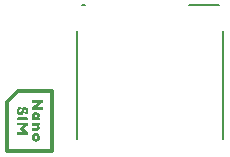
<source format=gto>
G04 EAGLE Gerber RS-274X export*
G75*
%MOMM*%
%FSLAX34Y34*%
%LPD*%
%INSilkscreen Top*%
%IPPOS*%
%AMOC8*
5,1,8,0,0,1.08239X$1,22.5*%
G01*
%ADD10C,0.304800*%
%ADD11C,0.152400*%

G36*
X206509Y26758D02*
X206509Y26758D01*
X206516Y26753D01*
X207116Y26953D01*
X207127Y26970D01*
X207139Y26970D01*
X207439Y27370D01*
X207439Y27377D01*
X207441Y27378D01*
X207439Y27379D01*
X207439Y27388D01*
X207449Y27394D01*
X207549Y28194D01*
X207542Y28206D01*
X207547Y28214D01*
X207347Y28914D01*
X207330Y28927D01*
X207330Y28939D01*
X203741Y31631D01*
X203559Y32084D01*
X206730Y34561D01*
X206730Y34562D01*
X206731Y34562D01*
X207231Y34962D01*
X207234Y34976D01*
X207244Y34978D01*
X207544Y35578D01*
X207541Y35594D01*
X207549Y35600D01*
X207549Y36400D01*
X207538Y36415D01*
X207542Y36425D01*
X207242Y36925D01*
X207220Y36934D01*
X207216Y36947D01*
X206616Y37147D01*
X206605Y37143D01*
X206600Y37149D01*
X199100Y37149D01*
X199095Y37146D01*
X199092Y37149D01*
X198492Y37049D01*
X198480Y37036D01*
X198469Y37038D01*
X197969Y36638D01*
X197965Y36623D01*
X197954Y36614D01*
X197959Y36606D01*
X197951Y36600D01*
X197951Y35800D01*
X197954Y35796D01*
X197951Y35793D01*
X198051Y35093D01*
X198073Y35071D01*
X198075Y35058D01*
X198575Y34758D01*
X198593Y34760D01*
X198600Y34751D01*
X203281Y34751D01*
X203268Y34737D01*
X200870Y32939D01*
X200868Y32931D01*
X200862Y32931D01*
X200462Y32431D01*
X200461Y32412D01*
X200451Y32407D01*
X200351Y31707D01*
X200363Y31685D01*
X200359Y31673D01*
X200759Y31073D01*
X200770Y31069D01*
X200770Y31061D01*
X201170Y30761D01*
X201171Y30761D01*
X201171Y30760D01*
X203351Y29149D01*
X198700Y29149D01*
X198685Y29138D01*
X198675Y29142D01*
X198175Y28842D01*
X198166Y28820D01*
X198153Y28816D01*
X197953Y28216D01*
X197957Y28205D01*
X197951Y28200D01*
X197951Y27500D01*
X197962Y27485D01*
X197958Y27475D01*
X198258Y26975D01*
X198282Y26965D01*
X198286Y26953D01*
X198986Y26753D01*
X198996Y26756D01*
X199000Y26751D01*
X206500Y26751D01*
X206509Y26758D01*
G37*
G36*
X219309Y47858D02*
X219309Y47858D01*
X219316Y47853D01*
X219916Y48053D01*
X219929Y48073D01*
X219942Y48075D01*
X220242Y48575D01*
X220240Y48593D01*
X220249Y48600D01*
X220249Y49400D01*
X220242Y49409D01*
X220247Y49416D01*
X220047Y50016D01*
X220020Y50034D01*
X220016Y50047D01*
X219416Y50247D01*
X219405Y50243D01*
X219400Y50249D01*
X214846Y50249D01*
X216830Y51761D01*
X219529Y53760D01*
X219531Y53766D01*
X219535Y53765D01*
X220035Y54265D01*
X220037Y54281D01*
X220038Y54282D01*
X220047Y54284D01*
X220247Y54884D01*
X220243Y54895D01*
X220249Y54900D01*
X220249Y55600D01*
X220235Y55618D01*
X220238Y55631D01*
X219838Y56131D01*
X219813Y56137D01*
X219807Y56149D01*
X219107Y56249D01*
X219102Y56246D01*
X219100Y56249D01*
X211700Y56249D01*
X211695Y56246D01*
X211692Y56249D01*
X211092Y56149D01*
X211077Y56133D01*
X211065Y56135D01*
X210665Y55735D01*
X210662Y55708D01*
X210651Y55700D01*
X210651Y54800D01*
X210658Y54791D01*
X210653Y54784D01*
X210853Y54184D01*
X210878Y54167D01*
X210882Y54154D01*
X211382Y53954D01*
X211394Y53958D01*
X211395Y53958D01*
X211400Y53951D01*
X215955Y53951D01*
X211270Y50339D01*
X211270Y50338D01*
X211268Y50338D01*
X210668Y49838D01*
X210662Y49808D01*
X210651Y49800D01*
X210651Y49100D01*
X210654Y49096D01*
X210651Y49094D01*
X210751Y48294D01*
X210770Y48274D01*
X210770Y48261D01*
X211170Y47961D01*
X211187Y47961D01*
X211192Y47951D01*
X211792Y47851D01*
X211797Y47854D01*
X211800Y47851D01*
X219300Y47851D01*
X219309Y47858D01*
G37*
G36*
X201806Y43651D02*
X201806Y43651D01*
X201811Y43656D01*
X201816Y43653D01*
X202416Y43853D01*
X202423Y43864D01*
X202431Y43862D01*
X202931Y44262D01*
X202933Y44269D01*
X202938Y44269D01*
X203338Y44769D01*
X203339Y44777D01*
X203344Y44778D01*
X203644Y45378D01*
X203643Y45383D01*
X203647Y45384D01*
X203847Y45984D01*
X203846Y45988D01*
X203848Y45989D01*
X204146Y47280D01*
X204532Y47859D01*
X205090Y48045D01*
X205554Y47674D01*
X205650Y47005D01*
X205456Y46424D01*
X204962Y45832D01*
X204961Y45808D01*
X204951Y45800D01*
X204951Y45200D01*
X204962Y45185D01*
X204958Y45175D01*
X205258Y44675D01*
X205271Y44669D01*
X205271Y44660D01*
X205971Y44160D01*
X205993Y44161D01*
X206000Y44151D01*
X206500Y44151D01*
X206521Y44167D01*
X206535Y44165D01*
X207035Y44665D01*
X207035Y44669D01*
X207038Y44669D01*
X207438Y45169D01*
X207439Y45183D01*
X207447Y45186D01*
X207647Y45886D01*
X207646Y45890D01*
X207649Y45892D01*
X207749Y46492D01*
X207748Y46493D01*
X207749Y46494D01*
X207849Y47294D01*
X207844Y47302D01*
X207849Y47307D01*
X207749Y48007D01*
X207744Y48012D01*
X207747Y48016D01*
X207547Y48616D01*
X207542Y48619D01*
X207544Y48622D01*
X207244Y49222D01*
X207237Y49225D01*
X207238Y49231D01*
X206838Y49731D01*
X206828Y49733D01*
X206827Y49741D01*
X206227Y50141D01*
X206218Y50140D01*
X206216Y50147D01*
X205616Y50347D01*
X205610Y50345D01*
X205608Y50349D01*
X205008Y50449D01*
X205003Y50446D01*
X204996Y50446D01*
X204993Y50449D01*
X204293Y50349D01*
X204289Y50345D01*
X204286Y50347D01*
X203586Y50147D01*
X203578Y50136D01*
X203569Y50138D01*
X203069Y49738D01*
X203067Y49731D01*
X203062Y49731D01*
X202662Y49231D01*
X202661Y49223D01*
X202656Y49222D01*
X202056Y48022D01*
X202057Y48015D01*
X202053Y48014D01*
X201853Y47314D01*
X201854Y47310D01*
X201851Y47308D01*
X201753Y46715D01*
X201465Y46140D01*
X200906Y45954D01*
X200439Y46234D01*
X200151Y46907D01*
X200247Y47582D01*
X200638Y48169D01*
X201135Y48665D01*
X201137Y48681D01*
X201147Y48684D01*
X201347Y49284D01*
X201342Y49297D01*
X201345Y49300D01*
X201343Y49302D01*
X201349Y49308D01*
X201249Y49908D01*
X201231Y49925D01*
X201232Y49938D01*
X200632Y50438D01*
X200614Y50439D01*
X200610Y50448D01*
X200110Y50548D01*
X200101Y50544D01*
X200088Y50544D01*
X200086Y50542D01*
X200081Y50545D01*
X199381Y50245D01*
X199374Y50234D01*
X199365Y50235D01*
X198965Y49835D01*
X198964Y49828D01*
X198959Y49827D01*
X198159Y48627D01*
X198160Y48618D01*
X198153Y48616D01*
X197953Y48016D01*
X197957Y48005D01*
X197951Y48000D01*
X197951Y46600D01*
X197954Y46595D01*
X197951Y46592D01*
X198051Y45992D01*
X198058Y45986D01*
X198055Y45981D01*
X198355Y45281D01*
X198359Y45278D01*
X198358Y45275D01*
X198658Y44775D01*
X198662Y44773D01*
X198662Y44769D01*
X199062Y44269D01*
X199072Y44267D01*
X199073Y44259D01*
X199673Y43859D01*
X199682Y43860D01*
X199684Y43853D01*
X200284Y43653D01*
X200291Y43655D01*
X200293Y43651D01*
X200993Y43551D01*
X201001Y43556D01*
X201006Y43551D01*
X201806Y43651D01*
G37*
G36*
X215804Y39054D02*
X215804Y39054D01*
X215807Y39051D01*
X216507Y39151D01*
X216508Y39152D01*
X216508Y39151D01*
X217108Y39251D01*
X217125Y39270D01*
X217138Y39269D01*
X217538Y39769D01*
X217539Y39776D01*
X217539Y39777D01*
X217539Y39792D01*
X217549Y39800D01*
X217549Y40500D01*
X217543Y40508D01*
X217547Y40514D01*
X217347Y41214D01*
X217322Y41233D01*
X217318Y41246D01*
X216820Y41445D01*
X216809Y41451D01*
X216900Y41451D01*
X216925Y41470D01*
X216938Y41469D01*
X217338Y41969D01*
X217339Y41983D01*
X217347Y41986D01*
X217547Y42686D01*
X217544Y42696D01*
X217549Y42700D01*
X217549Y43400D01*
X217542Y43409D01*
X217547Y43416D01*
X217347Y44016D01*
X217342Y44019D01*
X217344Y44022D01*
X217044Y44622D01*
X217034Y44627D01*
X217035Y44635D01*
X216535Y45135D01*
X216528Y45136D01*
X216527Y45141D01*
X215927Y45541D01*
X215923Y45541D01*
X215922Y45544D01*
X215322Y45844D01*
X215317Y45843D01*
X215316Y45847D01*
X214716Y46047D01*
X214709Y46045D01*
X214707Y46049D01*
X214007Y46149D01*
X213998Y46144D01*
X213993Y46149D01*
X213293Y46049D01*
X213289Y46044D01*
X213288Y46044D01*
X213284Y46047D01*
X212684Y45847D01*
X212679Y45839D01*
X212673Y45841D01*
X212073Y45441D01*
X212072Y45438D01*
X212069Y45438D01*
X211569Y45038D01*
X211567Y45031D01*
X211562Y45032D01*
X211062Y44432D01*
X211062Y44423D01*
X211056Y44422D01*
X210756Y43822D01*
X210758Y43812D01*
X210751Y43808D01*
X210651Y43208D01*
X210654Y43203D01*
X210651Y43200D01*
X210651Y42500D01*
X210658Y42491D01*
X210653Y42484D01*
X210853Y41884D01*
X210867Y41875D01*
X210865Y41865D01*
X211321Y41410D01*
X210875Y41142D01*
X210866Y41122D01*
X210854Y41118D01*
X210654Y40618D01*
X210658Y40605D01*
X210651Y40600D01*
X210651Y39700D01*
X210664Y39682D01*
X210661Y39670D01*
X210961Y39270D01*
X210987Y39263D01*
X210993Y39251D01*
X211693Y39151D01*
X211697Y39153D01*
X211699Y39151D01*
X215799Y39051D01*
X215804Y39054D01*
G37*
G36*
X215207Y21151D02*
X215207Y21151D01*
X215215Y21159D01*
X215222Y21156D01*
X216422Y21756D01*
X216427Y21766D01*
X216435Y21765D01*
X216935Y22265D01*
X216935Y22269D01*
X216938Y22269D01*
X217338Y22769D01*
X217339Y22779D01*
X217345Y22781D01*
X217645Y23481D01*
X217643Y23489D01*
X217649Y23492D01*
X217749Y24092D01*
X217748Y24093D01*
X217749Y24093D01*
X217849Y24793D01*
X217844Y24802D01*
X217849Y24807D01*
X217749Y25507D01*
X217744Y25512D01*
X217747Y25516D01*
X217547Y26116D01*
X217542Y26119D01*
X217544Y26122D01*
X217244Y26722D01*
X217234Y26727D01*
X217235Y26735D01*
X216736Y27234D01*
X215837Y28233D01*
X215810Y28238D01*
X215807Y28241D01*
X215806Y28241D01*
X215800Y28249D01*
X213700Y28249D01*
X213692Y28243D01*
X213686Y28247D01*
X212986Y28047D01*
X212982Y28042D01*
X212978Y28044D01*
X212378Y27744D01*
X212376Y27740D01*
X212373Y27741D01*
X211773Y27341D01*
X211769Y27331D01*
X211762Y27331D01*
X211362Y26831D01*
X211361Y26827D01*
X211359Y26827D01*
X210959Y26227D01*
X210960Y26218D01*
X210953Y26216D01*
X210753Y25616D01*
X210755Y25609D01*
X210751Y25607D01*
X210651Y24907D01*
X210654Y24902D01*
X210651Y24900D01*
X210651Y24300D01*
X210654Y24296D01*
X210651Y24293D01*
X210751Y23593D01*
X210759Y23585D01*
X210756Y23578D01*
X211056Y22978D01*
X211060Y22976D01*
X211059Y22973D01*
X211459Y22373D01*
X211462Y22372D01*
X211462Y22369D01*
X211862Y21869D01*
X211876Y21866D01*
X211878Y21856D01*
X213078Y21256D01*
X213089Y21258D01*
X213093Y21251D01*
X214493Y21051D01*
X214502Y21056D01*
X214507Y21051D01*
X215207Y21151D01*
G37*
G36*
X214505Y30054D02*
X214505Y30054D01*
X214508Y30051D01*
X215108Y30151D01*
X215111Y30155D01*
X215114Y30153D01*
X215814Y30353D01*
X215822Y30364D01*
X215831Y30362D01*
X216331Y30762D01*
X216332Y30766D01*
X216335Y30765D01*
X216835Y31265D01*
X216835Y31269D01*
X216838Y31269D01*
X217238Y31769D01*
X217239Y31782D01*
X217247Y31784D01*
X217447Y32384D01*
X217445Y32391D01*
X217449Y32393D01*
X217549Y33093D01*
X217544Y33102D01*
X217549Y33107D01*
X217449Y33807D01*
X217438Y33818D01*
X217441Y33827D01*
X217045Y34422D01*
X216959Y34678D01*
X217425Y34958D01*
X217437Y34987D01*
X217449Y34994D01*
X217549Y35794D01*
X217546Y35800D01*
X217545Y35801D01*
X217544Y35802D01*
X217549Y35806D01*
X217449Y36606D01*
X217430Y36626D01*
X217430Y36639D01*
X217030Y36939D01*
X217010Y36939D01*
X217005Y36946D01*
X217003Y36946D01*
X217000Y36949D01*
X211500Y36949D01*
X211495Y36946D01*
X211490Y36946D01*
X211488Y36944D01*
X211484Y36947D01*
X210884Y36747D01*
X210871Y36727D01*
X210863Y36721D01*
X210854Y36718D01*
X210654Y36218D01*
X210658Y36205D01*
X210651Y36200D01*
X210651Y35300D01*
X210662Y35285D01*
X210658Y35275D01*
X210958Y34775D01*
X210986Y34764D01*
X210992Y34751D01*
X211592Y34651D01*
X211597Y34654D01*
X211600Y34651D01*
X214285Y34651D01*
X214863Y34265D01*
X215151Y33786D01*
X215151Y33117D01*
X214771Y32643D01*
X214093Y32449D01*
X211400Y32449D01*
X211385Y32438D01*
X211375Y32442D01*
X210875Y32142D01*
X210866Y32120D01*
X210853Y32116D01*
X210653Y31516D01*
X210657Y31505D01*
X210651Y31500D01*
X210651Y30600D01*
X210667Y30579D01*
X210665Y30565D01*
X211065Y30165D01*
X211086Y30162D01*
X211092Y30151D01*
X211692Y30051D01*
X211697Y30054D01*
X211700Y30051D01*
X214500Y30051D01*
X214505Y30054D01*
G37*
G36*
X206918Y39064D02*
X206918Y39064D01*
X206930Y39061D01*
X207330Y39361D01*
X207334Y39377D01*
X207341Y39382D01*
X207340Y39385D01*
X207348Y39388D01*
X207548Y40188D01*
X207543Y40200D01*
X207549Y40206D01*
X207449Y41006D01*
X207430Y41026D01*
X207430Y41039D01*
X207030Y41339D01*
X207013Y41339D01*
X207008Y41349D01*
X206408Y41449D01*
X206403Y41446D01*
X206400Y41449D01*
X198900Y41449D01*
X198895Y41446D01*
X198892Y41449D01*
X198292Y41349D01*
X198271Y41327D01*
X198258Y41325D01*
X197958Y40825D01*
X197960Y40807D01*
X197951Y40800D01*
X197951Y39900D01*
X197958Y39891D01*
X197953Y39884D01*
X198153Y39284D01*
X198178Y39267D01*
X198182Y39254D01*
X198682Y39054D01*
X198695Y39058D01*
X198700Y39051D01*
X206900Y39051D01*
X206918Y39064D01*
G37*
%LPC*%
G36*
X213720Y23547D02*
X213720Y23547D01*
X213243Y23929D01*
X213049Y24607D01*
X213049Y25085D01*
X213432Y25659D01*
X214008Y25851D01*
X214683Y25851D01*
X215161Y25468D01*
X215451Y24888D01*
X215451Y24217D01*
X215068Y23739D01*
X214491Y23451D01*
X213720Y23547D01*
G37*
%LPD*%
%LPC*%
G36*
X213527Y41743D02*
X213527Y41743D01*
X213049Y42220D01*
X213049Y42888D01*
X213341Y43471D01*
X213620Y43751D01*
X214288Y43751D01*
X214863Y43463D01*
X215151Y42888D01*
X215151Y42217D01*
X214771Y41743D01*
X214101Y41552D01*
X213527Y41743D01*
G37*
%LPD*%
%LPC*%
G36*
X216794Y41458D02*
X216794Y41458D01*
X216795Y41458D01*
X216794Y41458D01*
G37*
%LPD*%
D10*
X228100Y63500D02*
X228100Y12700D01*
X190000Y12700D01*
X190000Y54610D01*
X198890Y63500D01*
X228100Y63500D01*
D11*
X344000Y137000D02*
X369000Y137000D01*
X373000Y115000D02*
X373000Y23000D01*
X256000Y137000D02*
X253000Y137000D01*
X249000Y115000D02*
X249000Y23000D01*
M02*

</source>
